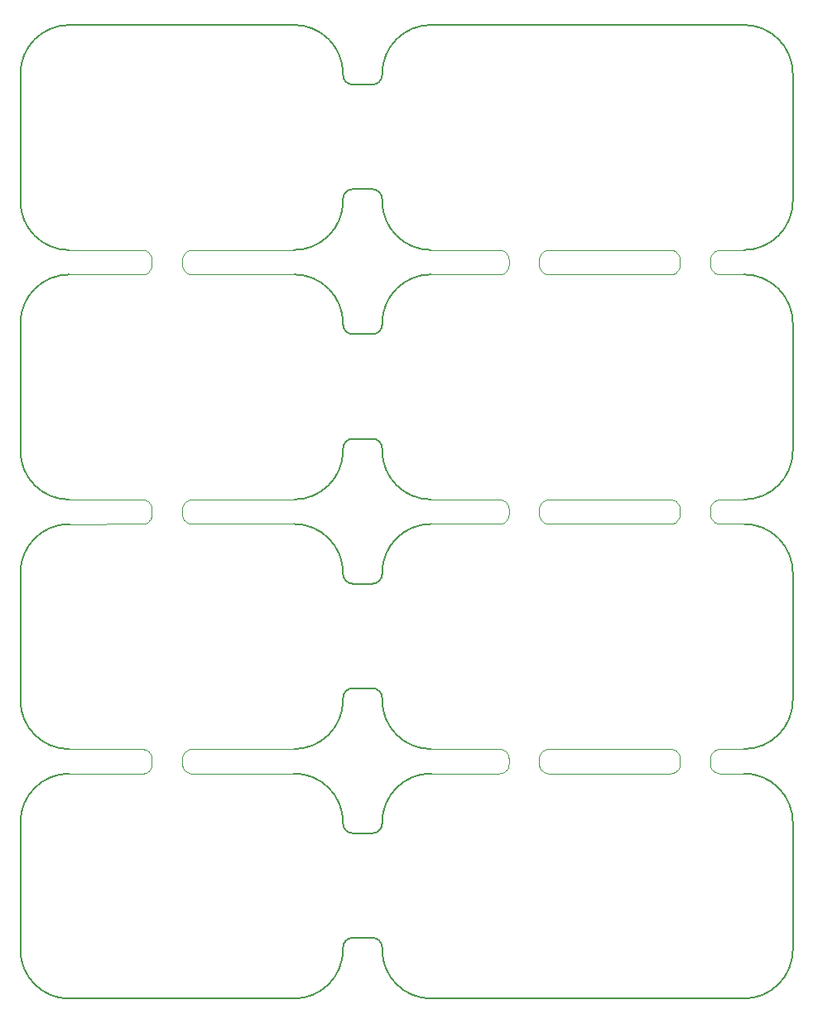
<source format=gbr>
G04 #@! TF.GenerationSoftware,KiCad,Pcbnew,5.1.6-c6e7f7d~86~ubuntu16.04.1*
G04 #@! TF.CreationDate,2020-05-16T13:50:45+09:00*
G04 #@! TF.ProjectId,output.usb_breakout_array,6f757470-7574-42e7-9573-625f62726561,rev?*
G04 #@! TF.SameCoordinates,Original*
G04 #@! TF.FileFunction,Profile,NP*
%FSLAX46Y46*%
G04 Gerber Fmt 4.6, Leading zero omitted, Abs format (unit mm)*
G04 Created by KiCad (PCBNEW 5.1.6-c6e7f7d~86~ubuntu16.04.1) date 2020-05-16 13:50:45*
%MOMM*%
%LPD*%
G01*
G04 APERTURE LIST*
G04 #@! TA.AperFunction,Profile*
%ADD10C,0.200000*%
G04 #@! TD*
G04 #@! TA.AperFunction,Profile*
%ADD11C,0.100000*%
G04 #@! TD*
G04 APERTURE END LIST*
D10*
X120000000Y-182400000D02*
X143000001Y-182390491D01*
X148000000Y-164500000D02*
X148000000Y-164390491D01*
X148000000Y-139000000D02*
X148000000Y-138890491D01*
X148000000Y-113500000D02*
X148000000Y-113390491D01*
X157000001Y-182390492D02*
G75*
G02*
X152000001Y-177390492I0J5000000D01*
G01*
X157000001Y-156890492D02*
G75*
G02*
X152000001Y-151890492I0J5000000D01*
G01*
X157000001Y-131390492D02*
G75*
G02*
X152000001Y-126390492I0J5000000D01*
G01*
X189000001Y-159390492D02*
G75*
G02*
X194000001Y-164390492I0J-5000000D01*
G01*
X189000001Y-133890492D02*
G75*
G02*
X194000001Y-138890492I0J-5000000D01*
G01*
X189000001Y-108390492D02*
G75*
G02*
X194000001Y-113390492I0J-5000000D01*
G01*
X148000001Y-177390491D02*
X148000001Y-177177914D01*
X148000001Y-151890491D02*
X148000001Y-151677914D01*
X148000001Y-126390491D02*
X148000001Y-126177914D01*
X152000001Y-164500000D02*
X152000001Y-164390491D01*
X152000001Y-139000000D02*
X152000001Y-138890491D01*
X152000001Y-113500000D02*
X152000001Y-113390491D01*
X115000000Y-164400000D02*
G75*
G02*
X120000000Y-159400000I5000000J0D01*
G01*
X115000000Y-138900000D02*
G75*
G02*
X120000000Y-133900000I5000000J0D01*
G01*
X115000000Y-113400000D02*
G75*
G02*
X120000000Y-108400000I5000000J0D01*
G01*
X148000001Y-177390491D02*
G75*
G02*
X143000001Y-182390491I-5000000J0D01*
G01*
X148000001Y-151890491D02*
G75*
G02*
X143000001Y-156890491I-5000000J0D01*
G01*
X148000001Y-126390491D02*
G75*
G02*
X143000001Y-131390491I-5000000J0D01*
G01*
X194000001Y-177390491D02*
G75*
G02*
X189000001Y-182390491I-5000000J0D01*
G01*
X194000001Y-151890491D02*
G75*
G02*
X189000001Y-156890491I-5000000J0D01*
G01*
X194000001Y-126390491D02*
G75*
G02*
X189000001Y-131390491I-5000000J0D01*
G01*
X194000001Y-164390492D02*
X194000001Y-177390491D01*
X194000001Y-138890492D02*
X194000001Y-151890491D01*
X194000001Y-113390492D02*
X194000001Y-126390491D01*
X189000001Y-182390491D02*
X157000001Y-182390491D01*
X120000000Y-182400000D02*
G75*
G02*
X115000000Y-177400000I0J5000000D01*
G01*
X120000000Y-156900000D02*
G75*
G02*
X115000000Y-151900000I0J5000000D01*
G01*
X120000000Y-131400000D02*
G75*
G02*
X115000000Y-126400000I0J5000000D01*
G01*
X148000001Y-177177914D02*
G75*
G02*
X148984513Y-176178034I1000000J0D01*
G01*
X148000001Y-151677914D02*
G75*
G02*
X148984513Y-150678034I1000000J0D01*
G01*
X148000001Y-126177914D02*
G75*
G02*
X148984513Y-125178034I1000000J0D01*
G01*
X152000001Y-177390492D02*
X152000001Y-177163497D01*
X152000001Y-151890492D02*
X152000001Y-151663497D01*
X152000001Y-126390492D02*
X152000001Y-126163497D01*
X152000001Y-164500000D02*
G75*
G02*
X151000001Y-165500000I-1000000J0D01*
G01*
X152000001Y-139000000D02*
G75*
G02*
X151000001Y-140000000I-1000000J0D01*
G01*
X152000001Y-113500000D02*
G75*
G02*
X151000001Y-114500000I-1000000J0D01*
G01*
X151000105Y-176178033D02*
G75*
G02*
X152000001Y-177163497I1J-1000001D01*
G01*
X151000105Y-150678033D02*
G75*
G02*
X152000001Y-151663497I1J-1000001D01*
G01*
X151000105Y-125178033D02*
G75*
G02*
X152000001Y-126163497I1J-1000001D01*
G01*
X152000001Y-164390492D02*
G75*
G02*
X157000001Y-159390492I5000000J0D01*
G01*
X152000001Y-138890492D02*
G75*
G02*
X157000001Y-133890492I5000000J0D01*
G01*
X152000001Y-113390492D02*
G75*
G02*
X157000001Y-108390492I5000000J0D01*
G01*
X149000000Y-165500000D02*
G75*
G02*
X148000000Y-164500000I0J1000000D01*
G01*
X149000000Y-140000000D02*
G75*
G02*
X148000000Y-139000000I0J1000000D01*
G01*
X149000000Y-114500000D02*
G75*
G02*
X148000000Y-113500000I0J1000000D01*
G01*
X143000001Y-159390492D02*
G75*
G02*
X148000000Y-164390491I0J-4999999D01*
G01*
X143000001Y-133890492D02*
G75*
G02*
X148000000Y-138890491I0J-4999999D01*
G01*
X143000001Y-108390492D02*
G75*
G02*
X148000000Y-113390491I0J-4999999D01*
G01*
X115000000Y-164400000D02*
X115000000Y-177400000D01*
X115000000Y-138900000D02*
X115000000Y-151900000D01*
X115000000Y-113400000D02*
X115000000Y-126400000D01*
X148984513Y-176178034D02*
X151000106Y-176178034D01*
X148984513Y-150678034D02*
X151000106Y-150678034D01*
X148984513Y-125178034D02*
X151000106Y-125178034D01*
X149000000Y-165500000D02*
X151000001Y-165500000D01*
X149000000Y-140000000D02*
X151000001Y-140000000D01*
X149000000Y-114500000D02*
X151000001Y-114500000D01*
X149000000Y-89000000D02*
G75*
G02*
X148000000Y-88000000I0J1000000D01*
G01*
X152000001Y-88000000D02*
G75*
G02*
X151000001Y-89000000I-1000000J0D01*
G01*
X152000001Y-100890492D02*
X152000001Y-100663497D01*
X143000001Y-82890492D02*
G75*
G02*
X148000000Y-87890491I0J-4999999D01*
G01*
X157000001Y-82890492D02*
X189000001Y-82890492D01*
X152000001Y-87890492D02*
G75*
G02*
X157000001Y-82890492I5000000J0D01*
G01*
X148984513Y-99678034D02*
X151000106Y-99678034D01*
X148000001Y-100677914D02*
G75*
G02*
X148984513Y-99678034I1000000J0D01*
G01*
X120000000Y-105900000D02*
G75*
G02*
X115000000Y-100900000I0J5000000D01*
G01*
X151000105Y-99678033D02*
G75*
G02*
X152000001Y-100663497I1J-1000001D01*
G01*
X115000000Y-87900000D02*
X115000000Y-100900000D01*
X194000001Y-87890492D02*
X194000001Y-100890491D01*
X194000001Y-100890491D02*
G75*
G02*
X189000001Y-105890491I-5000000J0D01*
G01*
X143000001Y-82890491D02*
X120000000Y-82900000D01*
X148000001Y-100890491D02*
G75*
G02*
X143000001Y-105890491I-5000000J0D01*
G01*
X115000000Y-87900000D02*
G75*
G02*
X120000000Y-82900000I5000000J0D01*
G01*
X152000001Y-88000000D02*
X152000001Y-87890491D01*
X148000001Y-100890491D02*
X148000001Y-100677914D01*
X189000001Y-82890492D02*
G75*
G02*
X194000001Y-87890492I0J-5000000D01*
G01*
X157000001Y-105890492D02*
G75*
G02*
X152000001Y-100890492I0J5000000D01*
G01*
X148000000Y-88000000D02*
X148000000Y-87890491D01*
X149000000Y-89000000D02*
X151000001Y-89000000D01*
D11*
X186500000Y-156890491D02*
X189000001Y-156890491D01*
X186500000Y-159390492D02*
X189000001Y-159390492D01*
X181500002Y-159390492D02*
X181599502Y-159380505D01*
X181500002Y-156890491D02*
X181599502Y-156900478D01*
X181599502Y-159380505D02*
X181697507Y-159360630D01*
X181599502Y-156900478D02*
X181697507Y-156920353D01*
X181697507Y-159360630D02*
X181793037Y-159331066D01*
X181697507Y-156920353D02*
X181793037Y-156949917D01*
X181793037Y-159331066D02*
X181885137Y-159292109D01*
X181793037Y-156949917D02*
X181885137Y-156988874D01*
X181885137Y-159292109D02*
X181972886Y-159244148D01*
X181885137Y-156988874D02*
X181972886Y-157036835D01*
X181972886Y-159244148D02*
X182055406Y-159187663D01*
X181972886Y-157036835D02*
X182055406Y-157093320D01*
X182055406Y-159187663D02*
X182131872Y-159123219D01*
X182055406Y-157093320D02*
X182131872Y-157157764D01*
X182131872Y-159123219D02*
X182201519Y-159051460D01*
X182131872Y-157157764D02*
X182201519Y-157229523D01*
X182201519Y-159051460D02*
X182263651Y-158973104D01*
X182201519Y-157229523D02*
X182263651Y-157307879D01*
X182263651Y-158973104D02*
X182317647Y-158888934D01*
X182263651Y-157307879D02*
X182317647Y-157392049D01*
X182317647Y-158888934D02*
X182362967Y-158799792D01*
X182317647Y-157392049D02*
X182362967Y-157481191D01*
X182362967Y-158799792D02*
X182399157Y-158706569D01*
X182362967Y-157481191D02*
X182399157Y-157574414D01*
X182399157Y-158706569D02*
X182425855Y-158610198D01*
X182399157Y-157574414D02*
X182425855Y-157670785D01*
X182425855Y-158610198D02*
X182442794Y-158511642D01*
X182425855Y-157670785D02*
X182442794Y-157769341D01*
X182442794Y-158511642D02*
X182449805Y-158411887D01*
X182442794Y-157769341D02*
X182449805Y-157869096D01*
X182449805Y-157869096D02*
X182449805Y-158411887D01*
X186500000Y-159390492D02*
X186400500Y-159380505D01*
X186500000Y-156890491D02*
X186400500Y-156900478D01*
X186400500Y-159380505D02*
X186302495Y-159360630D01*
X186400500Y-156900478D02*
X186302495Y-156920353D01*
X186302495Y-159360630D02*
X186206965Y-159331066D01*
X186302495Y-156920353D02*
X186206965Y-156949917D01*
X186206965Y-159331066D02*
X186114865Y-159292109D01*
X186206965Y-156949917D02*
X186114865Y-156988874D01*
X186114865Y-159292109D02*
X186027116Y-159244148D01*
X186114865Y-156988874D02*
X186027116Y-157036835D01*
X186027116Y-159244148D02*
X185944596Y-159187663D01*
X186027116Y-157036835D02*
X185944596Y-157093320D01*
X185944596Y-159187663D02*
X185868130Y-159123219D01*
X185944596Y-157093320D02*
X185868130Y-157157764D01*
X185868130Y-159123219D02*
X185798483Y-159051460D01*
X185868130Y-157157764D02*
X185798483Y-157229523D01*
X185798483Y-159051460D02*
X185736351Y-158973104D01*
X185798483Y-157229523D02*
X185736351Y-157307879D01*
X185736351Y-158973104D02*
X185682355Y-158888934D01*
X185736351Y-157307879D02*
X185682355Y-157392049D01*
X185682355Y-158888934D02*
X185637035Y-158799792D01*
X185682355Y-157392049D02*
X185637035Y-157481191D01*
X185637035Y-158799792D02*
X185600845Y-158706569D01*
X185637035Y-157481191D02*
X185600845Y-157574414D01*
X185600845Y-158706569D02*
X185574147Y-158610198D01*
X185600845Y-157574414D02*
X185574147Y-157670785D01*
X185574147Y-158610198D02*
X185557208Y-158511642D01*
X185574147Y-157670785D02*
X185557208Y-157769341D01*
X185557208Y-158511642D02*
X185550197Y-158411887D01*
X185557208Y-157769341D02*
X185550197Y-157869096D01*
X185550197Y-157869096D02*
X185550197Y-158411887D01*
X186500000Y-131390491D02*
X189000001Y-131390491D01*
X186500000Y-133890492D02*
X189000001Y-133890492D01*
X181500002Y-133890492D02*
X181599502Y-133880505D01*
X181500002Y-131390491D02*
X181599502Y-131400478D01*
X181599502Y-133880505D02*
X181697507Y-133860630D01*
X181599502Y-131400478D02*
X181697507Y-131420353D01*
X181697507Y-133860630D02*
X181793037Y-133831066D01*
X181697507Y-131420353D02*
X181793037Y-131449917D01*
X181793037Y-133831066D02*
X181885137Y-133792109D01*
X181793037Y-131449917D02*
X181885137Y-131488874D01*
X181885137Y-133792109D02*
X181972886Y-133744148D01*
X181885137Y-131488874D02*
X181972886Y-131536835D01*
X181972886Y-133744148D02*
X182055406Y-133687663D01*
X181972886Y-131536835D02*
X182055406Y-131593320D01*
X182055406Y-133687663D02*
X182131872Y-133623219D01*
X182055406Y-131593320D02*
X182131872Y-131657764D01*
X182131872Y-133623219D02*
X182201519Y-133551460D01*
X182131872Y-131657764D02*
X182201519Y-131729523D01*
X182201519Y-133551460D02*
X182263651Y-133473104D01*
X182201519Y-131729523D02*
X182263651Y-131807879D01*
X182263651Y-133473104D02*
X182317647Y-133388934D01*
X182263651Y-131807879D02*
X182317647Y-131892049D01*
X182317647Y-133388934D02*
X182362967Y-133299792D01*
X182317647Y-131892049D02*
X182362967Y-131981191D01*
X182362967Y-133299792D02*
X182399157Y-133206569D01*
X182362967Y-131981191D02*
X182399157Y-132074414D01*
X182399157Y-133206569D02*
X182425855Y-133110198D01*
X182399157Y-132074414D02*
X182425855Y-132170785D01*
X182425855Y-133110198D02*
X182442794Y-133011642D01*
X182425855Y-132170785D02*
X182442794Y-132269341D01*
X182442794Y-133011642D02*
X182449805Y-132911887D01*
X182442794Y-132269341D02*
X182449805Y-132369096D01*
X182449805Y-132369096D02*
X182449805Y-132911887D01*
X186500000Y-133890492D02*
X186400500Y-133880505D01*
X186500000Y-131390491D02*
X186400500Y-131400478D01*
X186400500Y-133880505D02*
X186302495Y-133860630D01*
X186400500Y-131400478D02*
X186302495Y-131420353D01*
X186302495Y-133860630D02*
X186206965Y-133831066D01*
X186302495Y-131420353D02*
X186206965Y-131449917D01*
X186206965Y-133831066D02*
X186114865Y-133792109D01*
X186206965Y-131449917D02*
X186114865Y-131488874D01*
X186114865Y-133792109D02*
X186027116Y-133744148D01*
X186114865Y-131488874D02*
X186027116Y-131536835D01*
X186027116Y-133744148D02*
X185944596Y-133687663D01*
X186027116Y-131536835D02*
X185944596Y-131593320D01*
X185944596Y-133687663D02*
X185868130Y-133623219D01*
X185944596Y-131593320D02*
X185868130Y-131657764D01*
X185868130Y-133623219D02*
X185798483Y-133551460D01*
X185868130Y-131657764D02*
X185798483Y-131729523D01*
X185798483Y-133551460D02*
X185736351Y-133473104D01*
X185798483Y-131729523D02*
X185736351Y-131807879D01*
X185736351Y-133473104D02*
X185682355Y-133388934D01*
X185736351Y-131807879D02*
X185682355Y-131892049D01*
X185682355Y-133388934D02*
X185637035Y-133299792D01*
X185682355Y-131892049D02*
X185637035Y-131981191D01*
X185637035Y-133299792D02*
X185600845Y-133206569D01*
X185637035Y-131981191D02*
X185600845Y-132074414D01*
X185600845Y-133206569D02*
X185574147Y-133110198D01*
X185600845Y-132074414D02*
X185574147Y-132170785D01*
X185574147Y-133110198D02*
X185557208Y-133011642D01*
X185574147Y-132170785D02*
X185557208Y-132269341D01*
X185557208Y-133011642D02*
X185550197Y-132911887D01*
X185557208Y-132269341D02*
X185550197Y-132369096D01*
X185550197Y-132369096D02*
X185550197Y-132911887D01*
X186500000Y-105890491D02*
X189000001Y-105890491D01*
X186500000Y-108390492D02*
X189000001Y-108390492D01*
X181500002Y-108390492D02*
X181599502Y-108380505D01*
X181500002Y-105890491D02*
X181599502Y-105900478D01*
X181599502Y-108380505D02*
X181697507Y-108360630D01*
X181599502Y-105900478D02*
X181697507Y-105920353D01*
X181697507Y-108360630D02*
X181793037Y-108331066D01*
X181697507Y-105920353D02*
X181793037Y-105949917D01*
X181793037Y-108331066D02*
X181885137Y-108292109D01*
X181793037Y-105949917D02*
X181885137Y-105988874D01*
X181885137Y-108292109D02*
X181972886Y-108244148D01*
X181885137Y-105988874D02*
X181972886Y-106036835D01*
X181972886Y-108244148D02*
X182055406Y-108187663D01*
X181972886Y-106036835D02*
X182055406Y-106093320D01*
X182055406Y-108187663D02*
X182131872Y-108123219D01*
X182055406Y-106093320D02*
X182131872Y-106157764D01*
X182131872Y-108123219D02*
X182201519Y-108051460D01*
X182131872Y-106157764D02*
X182201519Y-106229523D01*
X182201519Y-108051460D02*
X182263651Y-107973104D01*
X182201519Y-106229523D02*
X182263651Y-106307879D01*
X182263651Y-107973104D02*
X182317647Y-107888934D01*
X182263651Y-106307879D02*
X182317647Y-106392049D01*
X182317647Y-107888934D02*
X182362967Y-107799792D01*
X182317647Y-106392049D02*
X182362967Y-106481191D01*
X182362967Y-107799792D02*
X182399157Y-107706569D01*
X182362967Y-106481191D02*
X182399157Y-106574414D01*
X182399157Y-107706569D02*
X182425855Y-107610198D01*
X182399157Y-106574414D02*
X182425855Y-106670785D01*
X182425855Y-107610198D02*
X182442794Y-107511642D01*
X182425855Y-106670785D02*
X182442794Y-106769341D01*
X182442794Y-107511642D02*
X182449805Y-107411887D01*
X182442794Y-106769341D02*
X182449805Y-106869096D01*
X182449805Y-106869096D02*
X182449805Y-107411887D01*
X186500000Y-108390492D02*
X186400500Y-108380505D01*
X186500000Y-105890491D02*
X186400500Y-105900478D01*
X186400500Y-108380505D02*
X186302495Y-108360630D01*
X186400500Y-105900478D02*
X186302495Y-105920353D01*
X186302495Y-108360630D02*
X186206965Y-108331066D01*
X186302495Y-105920353D02*
X186206965Y-105949917D01*
X186206965Y-108331066D02*
X186114865Y-108292109D01*
X186206965Y-105949917D02*
X186114865Y-105988874D01*
X186114865Y-108292109D02*
X186027116Y-108244148D01*
X186114865Y-105988874D02*
X186027116Y-106036835D01*
X186027116Y-108244148D02*
X185944596Y-108187663D01*
X186027116Y-106036835D02*
X185944596Y-106093320D01*
X185944596Y-108187663D02*
X185868130Y-108123219D01*
X185944596Y-106093320D02*
X185868130Y-106157764D01*
X185868130Y-108123219D02*
X185798483Y-108051460D01*
X185868130Y-106157764D02*
X185798483Y-106229523D01*
X185798483Y-108051460D02*
X185736351Y-107973104D01*
X185798483Y-106229523D02*
X185736351Y-106307879D01*
X185736351Y-107973104D02*
X185682355Y-107888934D01*
X185736351Y-106307879D02*
X185682355Y-106392049D01*
X185682355Y-107888934D02*
X185637035Y-107799792D01*
X185682355Y-106392049D02*
X185637035Y-106481191D01*
X185637035Y-107799792D02*
X185600845Y-107706569D01*
X185637035Y-106481191D02*
X185600845Y-106574414D01*
X185600845Y-107706569D02*
X185574147Y-107610198D01*
X185600845Y-106574414D02*
X185574147Y-106670785D01*
X185574147Y-107610198D02*
X185557208Y-107511642D01*
X185574147Y-106670785D02*
X185557208Y-106769341D01*
X185557208Y-107511642D02*
X185550197Y-107411887D01*
X185557208Y-106769341D02*
X185550197Y-106869096D01*
X185550197Y-106869096D02*
X185550197Y-107411887D01*
X169000013Y-105890491D02*
X181500002Y-105890491D01*
X164000005Y-105890491D02*
X157000001Y-105890491D01*
X169000013Y-108390492D02*
X181500002Y-108390492D01*
X164000005Y-108390492D02*
X157000001Y-108390492D01*
X164000005Y-108390492D02*
X164099505Y-108380505D01*
X164000005Y-105890491D02*
X164099505Y-105900478D01*
X164099505Y-108380505D02*
X164197510Y-108360630D01*
X164099505Y-105900478D02*
X164197510Y-105920353D01*
X164197510Y-108360630D02*
X164293040Y-108331066D01*
X164197510Y-105920353D02*
X164293040Y-105949917D01*
X164293040Y-108331066D02*
X164385140Y-108292109D01*
X164293040Y-105949917D02*
X164385140Y-105988874D01*
X164385140Y-108292109D02*
X164472889Y-108244148D01*
X164385140Y-105988874D02*
X164472889Y-106036835D01*
X164472889Y-108244148D02*
X164555409Y-108187663D01*
X164472889Y-106036835D02*
X164555409Y-106093320D01*
X164555409Y-108187663D02*
X164631875Y-108123219D01*
X164555409Y-106093320D02*
X164631875Y-106157764D01*
X164631875Y-108123219D02*
X164701522Y-108051460D01*
X164631875Y-106157764D02*
X164701522Y-106229523D01*
X164701522Y-108051460D02*
X164763654Y-107973104D01*
X164701522Y-106229523D02*
X164763654Y-106307879D01*
X164763654Y-107973104D02*
X164817650Y-107888934D01*
X164763654Y-106307879D02*
X164817650Y-106392049D01*
X164817650Y-107888934D02*
X164862970Y-107799792D01*
X164817650Y-106392049D02*
X164862970Y-106481191D01*
X164862970Y-107799792D02*
X164899160Y-107706569D01*
X164862970Y-106481191D02*
X164899160Y-106574414D01*
X164899160Y-107706569D02*
X164925858Y-107610198D01*
X164899160Y-106574414D02*
X164925858Y-106670785D01*
X164925858Y-107610198D02*
X164942797Y-107511642D01*
X164925858Y-106670785D02*
X164942797Y-106769341D01*
X164942797Y-107511642D02*
X164949808Y-107411887D01*
X164942797Y-106769341D02*
X164949808Y-106869096D01*
X164949808Y-106869096D02*
X164949808Y-107411887D01*
X169000013Y-108390492D02*
X168900513Y-108380505D01*
X169000013Y-105890491D02*
X168900513Y-105900478D01*
X168900513Y-108380505D02*
X168802508Y-108360630D01*
X168900513Y-105900478D02*
X168802508Y-105920353D01*
X168802508Y-108360630D02*
X168706978Y-108331066D01*
X168802508Y-105920353D02*
X168706978Y-105949917D01*
X168706978Y-108331066D02*
X168614878Y-108292109D01*
X168706978Y-105949917D02*
X168614878Y-105988874D01*
X168614878Y-108292109D02*
X168527129Y-108244148D01*
X168614878Y-105988874D02*
X168527129Y-106036835D01*
X168527129Y-108244148D02*
X168444609Y-108187663D01*
X168527129Y-106036835D02*
X168444609Y-106093320D01*
X168444609Y-108187663D02*
X168368143Y-108123219D01*
X168444609Y-106093320D02*
X168368143Y-106157764D01*
X168368143Y-108123219D02*
X168298496Y-108051460D01*
X168368143Y-106157764D02*
X168298496Y-106229523D01*
X168298496Y-108051460D02*
X168236364Y-107973104D01*
X168298496Y-106229523D02*
X168236364Y-106307879D01*
X168236364Y-107973104D02*
X168182368Y-107888934D01*
X168236364Y-106307879D02*
X168182368Y-106392049D01*
X168182368Y-107888934D02*
X168137048Y-107799792D01*
X168182368Y-106392049D02*
X168137048Y-106481191D01*
X168137048Y-107799792D02*
X168100858Y-107706569D01*
X168137048Y-106481191D02*
X168100858Y-106574414D01*
X168100858Y-107706569D02*
X168074160Y-107610198D01*
X168100858Y-106574414D02*
X168074160Y-106670785D01*
X168074160Y-107610198D02*
X168057221Y-107511642D01*
X168074160Y-106670785D02*
X168057221Y-106769341D01*
X168057221Y-107511642D02*
X168050210Y-107411887D01*
X168057221Y-106769341D02*
X168050210Y-106869096D01*
X168050210Y-106869096D02*
X168050210Y-107411887D01*
X169000013Y-133890492D02*
X181500002Y-133890492D01*
X164000005Y-133890492D02*
X157000001Y-133890492D01*
X169000013Y-131390491D02*
X181500002Y-131390491D01*
X164000005Y-131390491D02*
X157000001Y-131390491D01*
X169000013Y-131390491D02*
X168900513Y-131400478D01*
X169000013Y-133890492D02*
X168900513Y-133880505D01*
X168900513Y-131400478D02*
X168802508Y-131420353D01*
X168900513Y-133880505D02*
X168802508Y-133860630D01*
X168802508Y-131420353D02*
X168706978Y-131449917D01*
X168802508Y-133860630D02*
X168706978Y-133831066D01*
X168706978Y-131449917D02*
X168614878Y-131488874D01*
X168706978Y-133831066D02*
X168614878Y-133792109D01*
X168614878Y-131488874D02*
X168527129Y-131536835D01*
X168614878Y-133792109D02*
X168527129Y-133744148D01*
X168527129Y-131536835D02*
X168444609Y-131593320D01*
X168527129Y-133744148D02*
X168444609Y-133687663D01*
X168444609Y-131593320D02*
X168368143Y-131657764D01*
X168444609Y-133687663D02*
X168368143Y-133623219D01*
X168368143Y-131657764D02*
X168298496Y-131729523D01*
X168368143Y-133623219D02*
X168298496Y-133551460D01*
X168298496Y-131729523D02*
X168236364Y-131807879D01*
X168298496Y-133551460D02*
X168236364Y-133473104D01*
X168236364Y-131807879D02*
X168182368Y-131892049D01*
X168236364Y-133473104D02*
X168182368Y-133388934D01*
X168182368Y-131892049D02*
X168137048Y-131981191D01*
X168182368Y-133388934D02*
X168137048Y-133299792D01*
X168137048Y-131981191D02*
X168100858Y-132074414D01*
X168137048Y-133299792D02*
X168100858Y-133206569D01*
X168100858Y-132074414D02*
X168074160Y-132170785D01*
X168100858Y-133206569D02*
X168074160Y-133110198D01*
X168074160Y-132170785D02*
X168057221Y-132269341D01*
X168074160Y-133110198D02*
X168057221Y-133011642D01*
X168057221Y-132269341D02*
X168050210Y-132369096D01*
X168057221Y-133011642D02*
X168050210Y-132911887D01*
X168050210Y-132911887D02*
X168050210Y-132369096D01*
X164000005Y-131390491D02*
X164099505Y-131400478D01*
X164000005Y-133890492D02*
X164099505Y-133880505D01*
X164099505Y-131400478D02*
X164197510Y-131420353D01*
X164099505Y-133880505D02*
X164197510Y-133860630D01*
X164197510Y-131420353D02*
X164293040Y-131449917D01*
X164197510Y-133860630D02*
X164293040Y-133831066D01*
X164293040Y-131449917D02*
X164385140Y-131488874D01*
X164293040Y-133831066D02*
X164385140Y-133792109D01*
X164385140Y-131488874D02*
X164472889Y-131536835D01*
X164385140Y-133792109D02*
X164472889Y-133744148D01*
X164472889Y-131536835D02*
X164555409Y-131593320D01*
X164472889Y-133744148D02*
X164555409Y-133687663D01*
X164555409Y-131593320D02*
X164631875Y-131657764D01*
X164555409Y-133687663D02*
X164631875Y-133623219D01*
X164631875Y-131657764D02*
X164701522Y-131729523D01*
X164631875Y-133623219D02*
X164701522Y-133551460D01*
X164701522Y-131729523D02*
X164763654Y-131807879D01*
X164701522Y-133551460D02*
X164763654Y-133473104D01*
X164763654Y-131807879D02*
X164817650Y-131892049D01*
X164763654Y-133473104D02*
X164817650Y-133388934D01*
X164817650Y-131892049D02*
X164862970Y-131981191D01*
X164817650Y-133388934D02*
X164862970Y-133299792D01*
X164862970Y-131981191D02*
X164899160Y-132074414D01*
X164862970Y-133299792D02*
X164899160Y-133206569D01*
X164899160Y-132074414D02*
X164925858Y-132170785D01*
X164899160Y-133206569D02*
X164925858Y-133110198D01*
X164925858Y-132170785D02*
X164942797Y-132269341D01*
X164925858Y-133110198D02*
X164942797Y-133011642D01*
X164942797Y-132269341D02*
X164949808Y-132369096D01*
X164942797Y-133011642D02*
X164949808Y-132911887D01*
X164949808Y-132911887D02*
X164949808Y-132369096D01*
X169000013Y-159390492D02*
X181500002Y-159390492D01*
X164000005Y-159390492D02*
X157000001Y-159390492D01*
X169000013Y-156890491D02*
X181500002Y-156890491D01*
X164000005Y-156890491D02*
X157000001Y-156890491D01*
X169000013Y-156890491D02*
X168900513Y-156900478D01*
X169000013Y-159390492D02*
X168900513Y-159380505D01*
X168900513Y-156900478D02*
X168802508Y-156920353D01*
X168900513Y-159380505D02*
X168802508Y-159360630D01*
X168802508Y-156920353D02*
X168706978Y-156949917D01*
X168802508Y-159360630D02*
X168706978Y-159331066D01*
X168706978Y-156949917D02*
X168614878Y-156988874D01*
X168706978Y-159331066D02*
X168614878Y-159292109D01*
X168614878Y-156988874D02*
X168527129Y-157036835D01*
X168614878Y-159292109D02*
X168527129Y-159244148D01*
X168527129Y-157036835D02*
X168444609Y-157093320D01*
X168527129Y-159244148D02*
X168444609Y-159187663D01*
X168444609Y-157093320D02*
X168368143Y-157157764D01*
X168444609Y-159187663D02*
X168368143Y-159123219D01*
X168368143Y-157157764D02*
X168298496Y-157229523D01*
X168368143Y-159123219D02*
X168298496Y-159051460D01*
X168298496Y-157229523D02*
X168236364Y-157307879D01*
X168298496Y-159051460D02*
X168236364Y-158973104D01*
X168236364Y-157307879D02*
X168182368Y-157392049D01*
X168236364Y-158973104D02*
X168182368Y-158888934D01*
X168182368Y-157392049D02*
X168137048Y-157481191D01*
X168182368Y-158888934D02*
X168137048Y-158799792D01*
X168137048Y-157481191D02*
X168100858Y-157574414D01*
X168137048Y-158799792D02*
X168100858Y-158706569D01*
X168100858Y-157574414D02*
X168074160Y-157670785D01*
X168100858Y-158706569D02*
X168074160Y-158610198D01*
X168074160Y-157670785D02*
X168057221Y-157769341D01*
X168074160Y-158610198D02*
X168057221Y-158511642D01*
X168057221Y-157769341D02*
X168050210Y-157869096D01*
X168057221Y-158511642D02*
X168050210Y-158411887D01*
X168050210Y-158411887D02*
X168050210Y-157869096D01*
X164000005Y-156890491D02*
X164099505Y-156900478D01*
X164000005Y-159390492D02*
X164099505Y-159380505D01*
X164099505Y-156900478D02*
X164197510Y-156920353D01*
X164099505Y-159380505D02*
X164197510Y-159360630D01*
X164197510Y-156920353D02*
X164293040Y-156949917D01*
X164197510Y-159360630D02*
X164293040Y-159331066D01*
X164293040Y-156949917D02*
X164385140Y-156988874D01*
X164293040Y-159331066D02*
X164385140Y-159292109D01*
X164385140Y-156988874D02*
X164472889Y-157036835D01*
X164385140Y-159292109D02*
X164472889Y-159244148D01*
X164472889Y-157036835D02*
X164555409Y-157093320D01*
X164472889Y-159244148D02*
X164555409Y-159187663D01*
X164555409Y-157093320D02*
X164631875Y-157157764D01*
X164555409Y-159187663D02*
X164631875Y-159123219D01*
X164631875Y-157157764D02*
X164701522Y-157229523D01*
X164631875Y-159123219D02*
X164701522Y-159051460D01*
X164701522Y-157229523D02*
X164763654Y-157307879D01*
X164701522Y-159051460D02*
X164763654Y-158973104D01*
X164763654Y-157307879D02*
X164817650Y-157392049D01*
X164763654Y-158973104D02*
X164817650Y-158888934D01*
X164817650Y-157392049D02*
X164862970Y-157481191D01*
X164817650Y-158888934D02*
X164862970Y-158799792D01*
X164862970Y-157481191D02*
X164899160Y-157574414D01*
X164862970Y-158799792D02*
X164899160Y-158706569D01*
X164899160Y-157574414D02*
X164925858Y-157670785D01*
X164899160Y-158706569D02*
X164925858Y-158610198D01*
X164925858Y-157670785D02*
X164942797Y-157769341D01*
X164925858Y-158610198D02*
X164942797Y-158511642D01*
X164942797Y-157769341D02*
X164949808Y-157869096D01*
X164942797Y-158511642D02*
X164949808Y-158411887D01*
X164949808Y-158411887D02*
X164949808Y-157869096D01*
X127500000Y-156896899D02*
X120000000Y-156900000D01*
X132499998Y-156894833D02*
X143000001Y-156890491D01*
X132499998Y-159394833D02*
X143000001Y-159390491D01*
X127500000Y-159396899D02*
X120000000Y-159400000D01*
X127500000Y-156896899D02*
X127599504Y-156906846D01*
X127500000Y-159396899D02*
X127599496Y-159386871D01*
X127599504Y-156906846D02*
X127697517Y-156926681D01*
X127599496Y-159386871D02*
X127697493Y-159366956D01*
X127697517Y-156926681D02*
X127793059Y-156956206D01*
X127697493Y-159366956D02*
X127793011Y-159337353D01*
X127793059Y-156956206D02*
X127885174Y-156995126D01*
X127793011Y-159337353D02*
X127885095Y-159298358D01*
X127885174Y-156995126D02*
X127972941Y-157043051D01*
X127885095Y-159298358D02*
X127972824Y-159250361D01*
X127972941Y-157043051D02*
X128055483Y-157099502D01*
X127972824Y-159250361D02*
X128055321Y-159193842D01*
X128055483Y-157099502D02*
X128131974Y-157163915D01*
X128055321Y-159193842D02*
X128131761Y-159129366D01*
X128131974Y-157163915D02*
X128201649Y-157235645D01*
X128131761Y-159129366D02*
X128201379Y-159057578D01*
X128201649Y-157235645D02*
X128263812Y-157313975D01*
X128201379Y-159057578D02*
X128263479Y-158979196D01*
X128263812Y-157313975D02*
X128317841Y-157398122D01*
X128263479Y-158979196D02*
X128317440Y-158895004D01*
X128317841Y-157398122D02*
X128363196Y-157487244D01*
X128317440Y-158895004D02*
X128362723Y-158805844D01*
X128363196Y-157487244D02*
X128399423Y-157580450D01*
X128362723Y-158805844D02*
X128398875Y-158712607D01*
X128399423Y-157580450D02*
X128426160Y-157676808D01*
X128398875Y-158712607D02*
X128425534Y-158616226D01*
X128426160Y-157676808D02*
X128443140Y-157775355D01*
X128425534Y-158616226D02*
X128442434Y-158517664D01*
X128443140Y-157775355D02*
X128450193Y-157875105D01*
X128442434Y-158517664D02*
X128449406Y-158417907D01*
X128450193Y-157875105D02*
X128449406Y-158417907D01*
X132499998Y-159394833D02*
X132400494Y-159384886D01*
X132499998Y-156894833D02*
X132400502Y-156904861D01*
X132400494Y-159384886D02*
X132302481Y-159365051D01*
X132400502Y-156904861D02*
X132302505Y-156924776D01*
X132302481Y-159365051D02*
X132206939Y-159335526D01*
X132302505Y-156924776D02*
X132206987Y-156954379D01*
X132206939Y-159335526D02*
X132114824Y-159296606D01*
X132206987Y-156954379D02*
X132114903Y-156993374D01*
X132114824Y-159296606D02*
X132027057Y-159248681D01*
X132114903Y-156993374D02*
X132027174Y-157041371D01*
X132027057Y-159248681D02*
X131944515Y-159192230D01*
X132027174Y-157041371D02*
X131944677Y-157097890D01*
X131944515Y-159192230D02*
X131868024Y-159127817D01*
X131944677Y-157097890D02*
X131868237Y-157162366D01*
X131868024Y-159127817D02*
X131798349Y-159056087D01*
X131868237Y-157162366D02*
X131798619Y-157234154D01*
X131798349Y-159056087D02*
X131736186Y-158977757D01*
X131798619Y-157234154D02*
X131736519Y-157312536D01*
X131736186Y-158977757D02*
X131682157Y-158893610D01*
X131736519Y-157312536D02*
X131682558Y-157396728D01*
X131682157Y-158893610D02*
X131636802Y-158804488D01*
X131682558Y-157396728D02*
X131637275Y-157485888D01*
X131636802Y-158804488D02*
X131600575Y-158711282D01*
X131637275Y-157485888D02*
X131601123Y-157579125D01*
X131600575Y-158711282D02*
X131573838Y-158614924D01*
X131601123Y-157579125D02*
X131574464Y-157675506D01*
X131573838Y-158614924D02*
X131556858Y-158516377D01*
X131574464Y-157675506D02*
X131557564Y-157774068D01*
X131556858Y-158516377D02*
X131549805Y-158416627D01*
X131557564Y-157774068D02*
X131550592Y-157873825D01*
X131550592Y-157873825D02*
X131549805Y-158416627D01*
X127500000Y-131396899D02*
X120000000Y-131400000D01*
X132499998Y-131394833D02*
X143000001Y-131390491D01*
X132499998Y-133894833D02*
X143000001Y-133890491D01*
X127500000Y-133896899D02*
X120000000Y-133900000D01*
X127500000Y-131396899D02*
X127599504Y-131406846D01*
X127500000Y-133896899D02*
X127599496Y-133886871D01*
X127599504Y-131406846D02*
X127697517Y-131426681D01*
X127599496Y-133886871D02*
X127697493Y-133866956D01*
X127697517Y-131426681D02*
X127793059Y-131456206D01*
X127697493Y-133866956D02*
X127793011Y-133837353D01*
X127793059Y-131456206D02*
X127885174Y-131495126D01*
X127793011Y-133837353D02*
X127885095Y-133798358D01*
X127885174Y-131495126D02*
X127972941Y-131543051D01*
X127885095Y-133798358D02*
X127972824Y-133750361D01*
X127972941Y-131543051D02*
X128055483Y-131599502D01*
X127972824Y-133750361D02*
X128055321Y-133693842D01*
X128055483Y-131599502D02*
X128131974Y-131663915D01*
X128055321Y-133693842D02*
X128131761Y-133629366D01*
X128131974Y-131663915D02*
X128201649Y-131735645D01*
X128131761Y-133629366D02*
X128201379Y-133557578D01*
X128201649Y-131735645D02*
X128263812Y-131813975D01*
X128201379Y-133557578D02*
X128263479Y-133479196D01*
X128263812Y-131813975D02*
X128317841Y-131898122D01*
X128263479Y-133479196D02*
X128317440Y-133395004D01*
X128317841Y-131898122D02*
X128363196Y-131987244D01*
X128317440Y-133395004D02*
X128362723Y-133305844D01*
X128363196Y-131987244D02*
X128399423Y-132080450D01*
X128362723Y-133305844D02*
X128398875Y-133212607D01*
X128399423Y-132080450D02*
X128426160Y-132176808D01*
X128398875Y-133212607D02*
X128425534Y-133116226D01*
X128426160Y-132176808D02*
X128443140Y-132275355D01*
X128425534Y-133116226D02*
X128442434Y-133017664D01*
X128443140Y-132275355D02*
X128450193Y-132375105D01*
X128442434Y-133017664D02*
X128449406Y-132917907D01*
X128450193Y-132375105D02*
X128449406Y-132917907D01*
X132499998Y-133894833D02*
X132400494Y-133884886D01*
X132499998Y-131394833D02*
X132400502Y-131404861D01*
X132400494Y-133884886D02*
X132302481Y-133865051D01*
X132400502Y-131404861D02*
X132302505Y-131424776D01*
X132302481Y-133865051D02*
X132206939Y-133835526D01*
X132302505Y-131424776D02*
X132206987Y-131454379D01*
X132206939Y-133835526D02*
X132114824Y-133796606D01*
X132206987Y-131454379D02*
X132114903Y-131493374D01*
X132114824Y-133796606D02*
X132027057Y-133748681D01*
X132114903Y-131493374D02*
X132027174Y-131541371D01*
X132027057Y-133748681D02*
X131944515Y-133692230D01*
X132027174Y-131541371D02*
X131944677Y-131597890D01*
X131944515Y-133692230D02*
X131868024Y-133627817D01*
X131944677Y-131597890D02*
X131868237Y-131662366D01*
X131868024Y-133627817D02*
X131798349Y-133556087D01*
X131868237Y-131662366D02*
X131798619Y-131734154D01*
X131798349Y-133556087D02*
X131736186Y-133477757D01*
X131798619Y-131734154D02*
X131736519Y-131812536D01*
X131736186Y-133477757D02*
X131682157Y-133393610D01*
X131736519Y-131812536D02*
X131682558Y-131896728D01*
X131682157Y-133393610D02*
X131636802Y-133304488D01*
X131682558Y-131896728D02*
X131637275Y-131985888D01*
X131636802Y-133304488D02*
X131600575Y-133211282D01*
X131637275Y-131985888D02*
X131601123Y-132079125D01*
X131600575Y-133211282D02*
X131573838Y-133114924D01*
X131601123Y-132079125D02*
X131574464Y-132175506D01*
X131573838Y-133114924D02*
X131556858Y-133016377D01*
X131574464Y-132175506D02*
X131557564Y-132274068D01*
X131556858Y-133016377D02*
X131549805Y-132916627D01*
X131557564Y-132274068D02*
X131550592Y-132373825D01*
X131550592Y-132373825D02*
X131549805Y-132916627D01*
X127500000Y-105896899D02*
X120000000Y-105900000D01*
X132499998Y-105894833D02*
X143000001Y-105890491D01*
X132499998Y-108394833D02*
X143000001Y-108390491D01*
X127500000Y-108396899D02*
X120000000Y-108400000D01*
X127500000Y-105896899D02*
X127599504Y-105906846D01*
X127500000Y-108396899D02*
X127599496Y-108386871D01*
X127599504Y-105906846D02*
X127697517Y-105926681D01*
X127599496Y-108386871D02*
X127697493Y-108366956D01*
X127697517Y-105926681D02*
X127793059Y-105956206D01*
X127697493Y-108366956D02*
X127793011Y-108337353D01*
X127793059Y-105956206D02*
X127885174Y-105995126D01*
X127793011Y-108337353D02*
X127885095Y-108298358D01*
X127885174Y-105995126D02*
X127972941Y-106043051D01*
X127885095Y-108298358D02*
X127972824Y-108250361D01*
X127972941Y-106043051D02*
X128055483Y-106099502D01*
X127972824Y-108250361D02*
X128055321Y-108193842D01*
X128055483Y-106099502D02*
X128131974Y-106163915D01*
X128055321Y-108193842D02*
X128131761Y-108129366D01*
X128131974Y-106163915D02*
X128201649Y-106235645D01*
X128131761Y-108129366D02*
X128201379Y-108057578D01*
X128201649Y-106235645D02*
X128263812Y-106313975D01*
X128201379Y-108057578D02*
X128263479Y-107979196D01*
X128263812Y-106313975D02*
X128317841Y-106398122D01*
X128263479Y-107979196D02*
X128317440Y-107895004D01*
X128317841Y-106398122D02*
X128363196Y-106487244D01*
X128317440Y-107895004D02*
X128362723Y-107805844D01*
X128363196Y-106487244D02*
X128399423Y-106580450D01*
X128362723Y-107805844D02*
X128398875Y-107712607D01*
X128399423Y-106580450D02*
X128426160Y-106676808D01*
X128398875Y-107712607D02*
X128425534Y-107616226D01*
X128426160Y-106676808D02*
X128443140Y-106775355D01*
X128425534Y-107616226D02*
X128442434Y-107517664D01*
X128443140Y-106775355D02*
X128450193Y-106875105D01*
X128442434Y-107517664D02*
X128449406Y-107417907D01*
X128450193Y-106875105D02*
X128449406Y-107417907D01*
X132499998Y-108394833D02*
X132400494Y-108384886D01*
X132499998Y-105894833D02*
X132400502Y-105904861D01*
X132400494Y-108384886D02*
X132302481Y-108365051D01*
X132400502Y-105904861D02*
X132302505Y-105924776D01*
X132302481Y-108365051D02*
X132206939Y-108335526D01*
X132302505Y-105924776D02*
X132206987Y-105954379D01*
X132206939Y-108335526D02*
X132114824Y-108296606D01*
X132206987Y-105954379D02*
X132114903Y-105993374D01*
X132114824Y-108296606D02*
X132027057Y-108248681D01*
X132114903Y-105993374D02*
X132027174Y-106041371D01*
X132027057Y-108248681D02*
X131944515Y-108192230D01*
X132027174Y-106041371D02*
X131944677Y-106097890D01*
X131944515Y-108192230D02*
X131868024Y-108127817D01*
X131944677Y-106097890D02*
X131868237Y-106162366D01*
X131868024Y-108127817D02*
X131798349Y-108056087D01*
X131868237Y-106162366D02*
X131798619Y-106234154D01*
X131798349Y-108056087D02*
X131736186Y-107977757D01*
X131798619Y-106234154D02*
X131736519Y-106312536D01*
X131736186Y-107977757D02*
X131682157Y-107893610D01*
X131736519Y-106312536D02*
X131682558Y-106396728D01*
X131682157Y-107893610D02*
X131636802Y-107804488D01*
X131682558Y-106396728D02*
X131637275Y-106485888D01*
X131636802Y-107804488D02*
X131600575Y-107711282D01*
X131637275Y-106485888D02*
X131601123Y-106579125D01*
X131600575Y-107711282D02*
X131573838Y-107614924D01*
X131601123Y-106579125D02*
X131574464Y-106675506D01*
X131573838Y-107614924D02*
X131556858Y-107516377D01*
X131574464Y-106675506D02*
X131557564Y-106774068D01*
X131556858Y-107516377D02*
X131549805Y-107416627D01*
X131557564Y-106774068D02*
X131550592Y-106873825D01*
X131550592Y-106873825D02*
X131549805Y-107416627D01*
M02*

</source>
